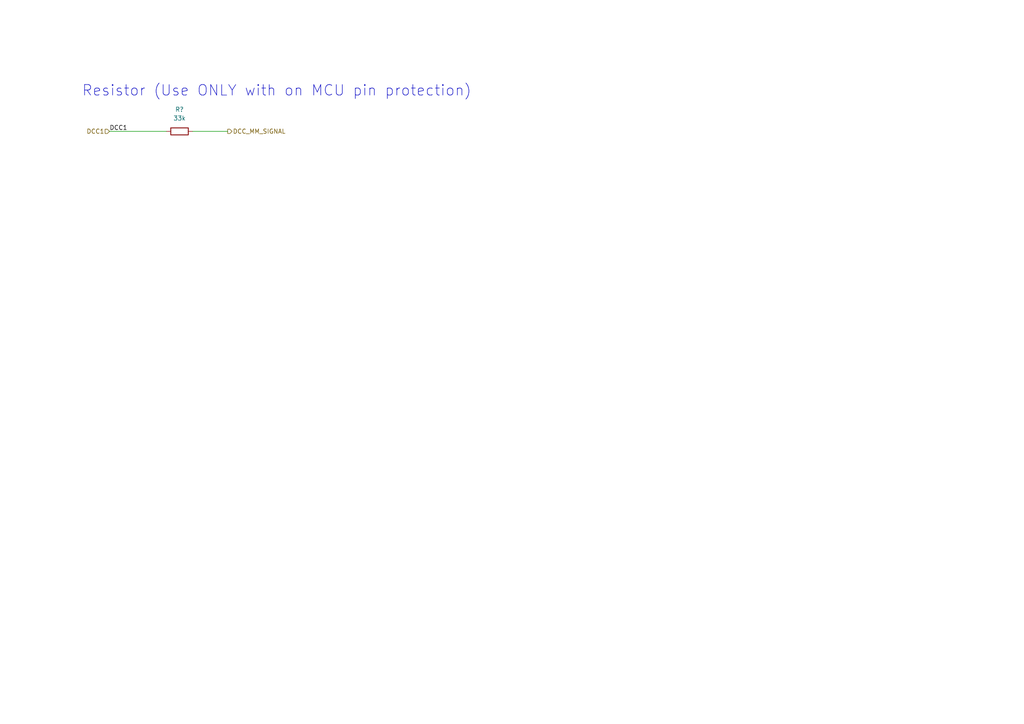
<source format=kicad_sch>
(kicad_sch (version 20231120) (generator "eeschema") (generator_version "8.0")
  (paper "A4")
  (title_block (title "xDuinoRail - LocDecoder - Development Kit") (date "2024-10-09") (rev "v0.2") (company "Chatelain Engineering, Bern - CH"))
  (lib_symbols
    (symbol "Device:R" (pin_numbers hide) (pin_names (offset 0))
      (property "Reference" "R" (at 2.032 0 90))
      (property "Value" "R" (at 0 0 90))
      (symbol "R_0_1"
        (rectangle (start -1.016 -2.54) (end 1.016 2.54) (stroke (width 0.254)))
      )
      (symbol "R_1_1"
        (pin passive line (at 0 3.81 270) (length 1.27) (name "~") (number "1"))
        (pin passive line (at 0 -3.81 90) (length 1.27) (name "~") (number "2"))
      )
    )
  )
  (wire (pts (xy 31.75 38.1) (xy 48.26 38.1)))
  (wire (pts (xy 55.88 38.1) (xy 66.04 38.1)))
  (text "Resistor (Use ONLY with on MCU pin protection)" (at 80.264 26.416 0) (effects (font (size 3.048 3.048))))
  (label "DCC1" (at 31.75 38.1 0))
  (hierarchical_label "DCC1" (shape input) (at 31.75 38.1 180))
  (hierarchical_label "DCC_MM_SIGNAL" (shape output) (at 66.04 38.1 0))
  (symbol (lib_id "Device:R") (at 52.07 38.1 90) (unit 1)
    (property "Reference" "R?" (at 52.07 31.75 90))
    (property "Value" "33k" (at 52.07 34.29 90))
    (property "Footprint" "Resistor_SMD:R_0805_2012Metric_Pad1.20x1.40mm_HandSolder" (effects (hide yes)))
    (property "Description" "Resistor" (effects (hide yes)))
    (property "OLI_ID" "33k_0805" (effects (hide yes)))
    (property "Sim.Device" "R" (effects (hide yes)))
    (property "Sim.Pins" "1=+ 2=-" (effects (hide yes)))
    (instances (project "acc-rp2040-baseboard" (path "" (reference "R?") (unit 1))) (project "xDuinoRail-Hermes-M-prod" (path "" (reference "R502") (unit 1))))
  )
)
</source>
